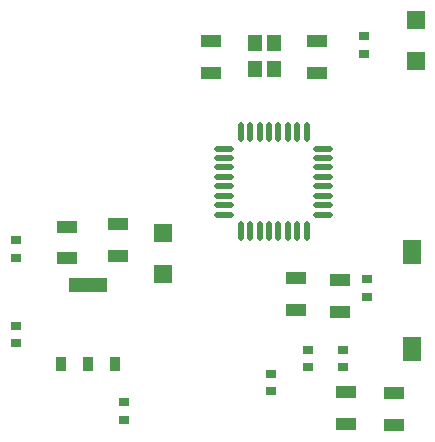
<source format=gtp>
G04*
G04 #@! TF.GenerationSoftware,Altium Limited,Altium Designer,20.2.3 (150)*
G04*
G04 Layer_Color=8421504*
%FSLAX25Y25*%
%MOIN*%
G70*
G04*
G04 #@! TF.SameCoordinates,EDF52478-F8C3-47BA-AB45-1EA7DCE04F01*
G04*
G04*
G04 #@! TF.FilePolarity,Positive*
G04*
G01*
G75*
%ADD18R,0.05906X0.07874*%
%ADD19R,0.03543X0.03150*%
%ADD20R,0.06693X0.04331*%
%ADD21R,0.03543X0.02756*%
%ADD22R,0.05906X0.05906*%
%ADD23O,0.06496X0.02165*%
%ADD24O,0.02165X0.06496*%
%ADD25R,0.04528X0.05512*%
%ADD26R,0.03740X0.05118*%
%ADD27R,0.12795X0.05118*%
D18*
X184000Y34358D02*
D03*
Y66642D02*
D03*
D19*
X149500Y33756D02*
D03*
Y28244D02*
D03*
X161000Y33756D02*
D03*
Y28244D02*
D03*
D20*
X145500Y57815D02*
D03*
Y47185D02*
D03*
X162000Y19815D02*
D03*
Y9185D02*
D03*
X178000Y8870D02*
D03*
Y19500D02*
D03*
X160000Y57315D02*
D03*
Y46685D02*
D03*
X152500Y136815D02*
D03*
Y126185D02*
D03*
X117000Y136815D02*
D03*
Y126185D02*
D03*
X86000Y75815D02*
D03*
Y65185D02*
D03*
X69000Y75000D02*
D03*
Y64370D02*
D03*
D21*
X169000Y51547D02*
D03*
Y57453D02*
D03*
X137000Y20047D02*
D03*
Y25953D02*
D03*
X88000Y10547D02*
D03*
Y16453D02*
D03*
X52000Y36047D02*
D03*
Y41953D02*
D03*
Y64547D02*
D03*
Y70453D02*
D03*
X168000Y132547D02*
D03*
Y138453D02*
D03*
D22*
X185500Y130220D02*
D03*
Y144000D02*
D03*
X101000Y59110D02*
D03*
Y72890D02*
D03*
D23*
X121465Y101024D02*
D03*
Y97874D02*
D03*
Y94724D02*
D03*
Y91575D02*
D03*
Y88425D02*
D03*
Y85276D02*
D03*
Y82126D02*
D03*
Y78976D02*
D03*
X154535D02*
D03*
Y82126D02*
D03*
Y85276D02*
D03*
Y88425D02*
D03*
Y91575D02*
D03*
Y94724D02*
D03*
Y97874D02*
D03*
Y101024D02*
D03*
D24*
X126976Y73465D02*
D03*
X130126D02*
D03*
X133276D02*
D03*
X136425D02*
D03*
X139575D02*
D03*
X142724D02*
D03*
X145874D02*
D03*
X149024D02*
D03*
Y106535D02*
D03*
X145874D02*
D03*
X142724D02*
D03*
X139575D02*
D03*
X136425D02*
D03*
X133276D02*
D03*
X130126D02*
D03*
X126976D02*
D03*
D25*
X138150Y127669D02*
D03*
Y136331D02*
D03*
X131850D02*
D03*
Y127669D02*
D03*
D26*
X66984Y29311D02*
D03*
X76000D02*
D03*
X85016D02*
D03*
D27*
X76000Y55689D02*
D03*
M02*

</source>
